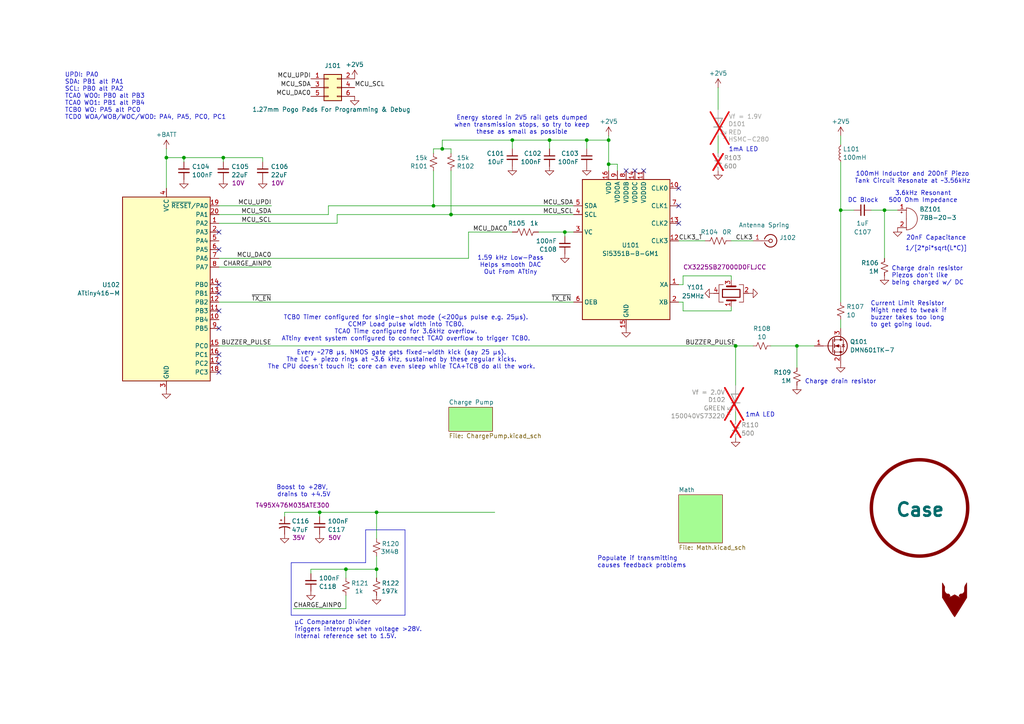
<source format=kicad_sch>
(kicad_sch (version 20250114) (generator "eeschema") (generator_version "9.0")
  (paper "A4")
  (title_block (title "Button Transmitter Prototype - Si5351B/ATtiny416") (date "2025-09-28") (rev "B") (company "Engineer: Thomas Francois - KXØSTL") (comment 1 "Inverted Pursuits Lab"))
  (lib_symbols
    (symbol "Connector:Conn_Coaxial" (pin_names (offset 1.016) (hide yes))
      (property "Reference" "J1" (at 2.5401 0.919 0))
      (property "Value" "Antenna Screw Pad" (at -9.271 4.572 0))
      (symbol "Conn_Coaxial_1_1"
        (pin passive line (at -5.08 0 0) (length 2.54) (name "In") (number "1"))
      )
    )
    (symbol "Connector_Generic:Conn_02x03_Odd_Even" (pin_names (offset 1.016) (hide yes))
      (property "Reference" "J" (at 1.27 5.08 0))
      (property "Value" "Conn_02x03_Odd_Even" (at 1.27 -5.08 0))
      (symbol "Conn_02x03_Odd_Even_1_1"
        (pin passive line (at -5.08 2.54 0) (length 3.81) (name "Pin_1") (number "1"))
        (pin passive line (at -5.08 0 0) (length 3.81) (name "Pin_3") (number "3"))
        (pin passive line (at -5.08 -2.54 0) (length 3.81) (name "Pin_5") (number "5"))
        (pin passive line (at 7.62 2.54 180) (length 3.81) (name "Pin_2") (number "2"))
        (pin passive line (at 7.62 0 180) (length 3.81) (name "Pin_4") (number "4"))
        (pin passive line (at 7.62 -2.54 180) (length 3.81) (name "Pin_6") (number "6"))
      )
    )
    (symbol "Device:Battery_Cell" (pin_numbers (hide yes)) (pin_names (offset 0) (hide yes))
      (property "Reference" "BT1" (at -2.921 3.0536 0))
      (property "Value" "CR2032" (at -2.921 0.6294 0))
      (symbol "Battery_Cell_1_1"
        (pin passive line (at 0 5.08 270) (length 2.54) (name "+") (number "1"))
        (pin passive line (at 0 -2.54 90) (length 2.54) (name "2") (number "2"))
      )
    )
    (symbol "Device:C_Polarized_Small_US" (pin_numbers (hide yes)) (pin_names (offset 0.254) (hide yes))
      (property "Reference" "C" (at 0.254 1.778 0))
      (property "Value" "C_Polarized_Small_US" (at 0.254 -2.032 0))
      (symbol "C_Polarized_Small_US_1_1"
        (pin passive line (at 0 2.54 270) (length 2.032) (name "~") (number "1"))
        (pin passive line (at 0 -2.54 90) (length 2.032) (name "~") (number "2"))
      )
    )
    (symbol "Device:C_Small" (pin_numbers (hide yes)) (pin_names (offset 0.254) (hide yes))
      (property "Reference" "C" (at 0.254 1.778 0))
      (property "Value" "C_Small" (at 0.254 -2.032 0))
      (symbol "C_Small_1_1"
        (pin passive line (at 0 2.54 270) (length 2.032) (name "~") (number "1"))
        (pin passive line (at 0 -2.54 90) (length 2.032) (name "~") (number "2"))
      )
    )
    (symbol "Device:Crystal_GND24" (pin_names (offset 1.016) (hide yes))
      (property "Reference" "Y" (at 3.175 5.08 0))
      (property "Value" "Crystal_GND24" (at 3.175 3.175 0))
      (symbol "Crystal_GND24_1_1"
        (pin passive line (at -3.81 0 0) (length 1.27) (name "1") (number "1"))
        (pin passive line (at 0 5.08 270) (length 1.27) (name "2") (number "2"))
        (pin passive line (at 0 -5.08 90) (length 1.27) (name "4") (number "4"))
        (pin passive line (at 3.81 0 180) (length 1.27) (name "3") (number "3"))
      )
    )
    (symbol "Device:D_Schottky" (pin_numbers (hide yes)) (pin_names (offset 1.016) (hide yes))
      (property "Reference" "D" (at 0 2.54 0))
      (property "Value" "D_Schottky" (at 0 -2.54 0))
      (symbol "D_Schottky_1_1"
        (pin passive line (at -3.81 0 0) (length 2.54) (name "K") (number "1"))
        (pin passive line (at 3.81 0 180) (length 2.54) (name "A") (number "2"))
      )
    )
    (symbol "Device:L" (pin_numbers (hide yes)) (pin_names (offset 1.016) (hide yes))
      (property "Reference" "L" (at -1.27 0 90))
      (property "Value" "L" (at 1.905 0 90))
      (symbol "L_1_1"
        (pin passive line (at 0 3.81 270) (length 1.27) (name "1") (number "1"))
        (pin passive line (at 0 -3.81 90) (length 1.27) (name "2") (number "2"))
      )
    )
    (symbol "Device:LED" (pin_numbers (hide yes)) (pin_names (offset 1.016) (hide yes))
      (property "Reference" "D" (at 0 2.54 0))
      (property "Value" "LED" (at 0 -2.54 0))
      (symbol "LED_1_1"
        (pin passive line (at -3.81 0 0) (length 2.54) (name "K") (number "1"))
        (pin passive line (at 3.81 0 180) (length 2.54) (name "A") (number "2"))
      )
    )
    (symbol "Device:L_Small" (pin_numbers (hide yes)) (pin_names (offset 0.254) (hide yes))
      (property "Reference" "L" (at 0.762 1.016 0))
      (property "Value" "L_Small" (at 0.762 -1.016 0))
      (symbol "L_Small_1_1"
        (pin passive line (at 0 2.54 270) (length 0.508) (name "~") (number "1"))
        (pin passive line (at 0 -2.54 90) (length 0.508) (name "~") (number "2"))
      )
    )
    (symbol "Device:R_Small_US" (pin_numbers (hide yes)) (pin_names (offset 0.254) (hide yes))
      (property "Reference" "R" (at 0.762 0.508 0))
      (property "Value" "R_Small_US" (at 0.762 -1.016 0))
      (symbol "R_Small_US_1_1"
        (pin passive line (at 0 2.54 270) (length 1.016) (name "~") (number "1"))
        (pin passive line (at 0 -2.54 90) (length 1.016) (name "~") (number "2"))
      )
    )
    (symbol "Device:R_US" (pin_numbers (hide yes)) (pin_names (offset 0))
      (property "Reference" "R" (at 2.54 0 90))
      (property "Value" "R_US" (at -2.54 0 90))
      (symbol "R_US_1_1"
        (pin passive line (at 0 3.81 270) (length 1.27) (name "~") (number "1"))
        (pin passive line (at 0 -3.81 90) (length 1.27) (name "~") (number "2"))
      )
    )
    (symbol "MCU_Microchip_ATtiny:ATtiny416-M"
      (property "Reference" "U6" (at 2.1941 24.4645 0))
      (property "Value" "ATtiny416-M" (at 2.1941 22.0402 0))
      (symbol "ATtiny416-M_1_1"
        (pin power_in line (at 0 22.86 270) (length 2.54) (name "VCC") (number "4"))
        (pin passive line (at 0 -35.56 90) (length 2.54) (hide yes) (name "GND") (number "21"))
        (pin power_in line (at 0 -35.56 90) (length 2.54) (name "GND") (number "3"))
        (pin bidirectional line (at 15.24 17.78 180) (length 2.54) (name "~{RESET}/PA0") (number "19"))
        (pin bidirectional line (at 15.24 15.24 180) (length 2.54) (name "PA1") (number "20"))
        (pin bidirectional line (at 15.24 12.7 180) (length 2.54) (name "PA2") (number "1"))
        (pin bidirectional line (at 15.24 10.16 180) (length 2.54) (name "PA3") (number "2"))
        (pin bidirectional line (at 15.24 7.62 180) (length 2.54) (name "PA4") (number "5"))
        (pin bidirectional line (at 15.24 5.08 180) (length 2.54) (name "PA5") (number "6"))
        (pin bidirectional line (at 15.24 2.54 180) (length 2.54) (name "PA6") (number "7"))
        (pin bidirectional line (at 15.24 0 180) (length 2.54) (name "PA7") (number "8"))
        (pin bidirectional line (at 15.24 -5.08 180) (length 2.54) (name "PB0") (number "14"))
        (pin bidirectional line (at 15.24 -7.62 180) (length 2.54) (name "PB1") (number "13"))
        (pin bidirectional line (at 15.24 -10.16 180) (length 2.54) (name "PB2") (number "12"))
        (pin bidirectional line (at 15.24 -12.7 180) (length 2.54) (name "PB3") (number "11"))
        (pin bidirectional line (at 15.24 -15.24 180) (length 2.54) (name "PB4") (number "10"))
        (pin bidirectional line (at 15.24 -17.78 180) (length 2.54) (name "PB5") (number "9"))
        (pin bidirectional line (at 15.24 -22.86 180) (length 2.54) (name "PC0") (number "15"))
        (pin bidirectional line (at 15.24 -25.4 180) (length 2.54) (name "PC1") (number "16"))
        (pin bidirectional line (at 15.24 -27.94 180) (length 2.54) (name "PC2") (number "17"))
        (pin bidirectional line (at 15.24 -30.48 180) (length 2.54) (name "PC3") (number "18"))
      )
    )
    (symbol "Transistor_FET:Q_NMOS_GSD" (pin_names (offset 0) (hide yes))
      (property "Reference" "Q" (at 5.08 1.905 0))
      (property "Value" "Q_NMOS_GSD" (at 5.08 0 0))
      (symbol "Q_NMOS_GSD_1_1"
        (pin input line (at -5.08 0 0) (length 2.54) (name "G") (number "1"))
        (pin passive line (at 2.54 5.08 270) (length 2.54) (name "D") (number "3"))
        (pin passive line (at 2.54 -5.08 90) (length 2.54) (name "S") (number "2"))
      )
    )
    (symbol "library:Buzzer_Pad_NEG" (pin_names (offset 0.0254) (hide yes))
      (property "Reference" "BZ1" (at 3.7962 1.2122 0))
      (property "Value" "7BB-20-3" (at 3.7962 -1.2121 0))
      (symbol "Buzzer_Pad_NEG_1_1"
        (pin passive line (at -2.54 -2.54 0) (length 2.54) (name "-") (number "2"))
      )
    )
    (symbol "library:Buzzer_Pad_POS" (pin_names (offset 0.0254) (hide yes))
      (property "Reference" "BZ1" (at 3.7962 1.2122 0))
      (property "Value" "7BB-20-3" (at 3.7962 -1.2121 0))
      (symbol "Buzzer_Pad_POS_1_1"
        (pin passive line (at -2.54 2.54 0) (length 2.54) (name "+") (number "1"))
      )
    )
    (symbol "library:Case"
      (property "Reference" "U" (at 0 0 0))
    )
    (symbol "library:IPL Logo 10mm" (pin_names (offset 1.016)))
    (symbol "library:MIC2288YML"
      (property "Reference" "U104" (at 0 17.78 0))
      (property "Value" "MIC2288YML" (at 0 15.24 0))
      (symbol "MIC2288YML_0_0"
        (pin power_in line (at -13.97 10.16 0) (length 2.54) (name "VIN") (number "2"))
        (pin input line (at -13.97 0 0) (length 2.54) (name "EN") (number "3"))
        (pin power_in line (at -2.54 -25.4 90) (length 2.54) (name "AGND") (number "4"))
        (pin power_in line (at 2.54 -25.4 90) (length 2.54) (name "PGND") (number "8"))
        (pin input line (at 13.97 10.16 180) (length 2.54) (name "SW") (number "7"))
        (pin input line (at 13.97 0 180) (length 2.54) (name "OVP") (number "1"))
        (pin input line (at 13.97 -20.32 180) (length 2.54) (name "FB") (number "6"))
      )
      (symbol "MIC2288YML_1_0"
        (pin no_connect line (at -7.62 -25.4 90) (length 2.54) (hide yes) (name "NC") (number "5"))
        (pin power_in line (at 0 -25.4 90) (length 2.54) (name "PAD") (number "9"))
      )
    )
    (symbol "library:Si5351B-B-GM1"
      (property "Reference" "U2" (at -1.27 1.27 0))
      (property "Value" "Si5351B-B-GM1" (at -6.985 -1.1542 0))
      (symbol "Si5351B-B-GM1_1_1"
        (pin bidirectional line (at -15.24 12.7 0) (length 2.54) (name "SDA") (number "5"))
        (pin input line (at -15.24 10.16 0) (length 2.54) (name "SCL") (number "4"))
        (pin input line (at -15.24 5.08 0) (length 2.54) (name "VC") (number "3"))
        (pin input line (at -15.24 -15.24 0) (length 2.54) (name "OEB") (number "6"))
        (pin power_in line (at -5.08 22.86 270) (length 2.54) (name "VDD") (number "16"))
        (pin power_in line (at -2.54 22.86 270) (length 2.54) (name "VDDOA") (number "9"))
        (pin power_in line (at 0 22.86 270) (length 2.54) (name "VDDOB") (number "8"))
        (pin power_in line (at 0 -22.86 90) (length 2.54) (name "GND") (number "15"))
        (pin power_in line (at 0 -22.86 90) (length 2.54) (hide yes) (name "GND") (number "17"))
        (pin power_in line (at 2.54 22.86 270) (length 2.54) (name "VDDOC") (number "14"))
        (pin power_in line (at 5.08 22.86 270) (length 2.54) (name "VDDOD") (number "11"))
        (pin output line (at 15.24 17.78 180) (length 2.54) (name "CLK0") (number "10"))
        (pin output line (at 15.24 12.7 180) (length 2.54) (name "CLK1") (number "7"))
        (pin output line (at 15.24 7.62 180) (length 2.54) (name "CLK2") (number "13"))
        (pin output line (at 15.24 2.54 180) (length 2.54) (name "CLK3") (number "12"))
        (pin input line (at 15.24 -10.16 180) (length 2.54) (name "XA") (number "1"))
        (pin input line (at 15.24 -15.24 180) (length 2.54) (name "XB") (number "2"))
      )
    )
    (symbol "library:TPP361081"
      (property "Reference" "U101" (at 0 17.78 0))
      (property "Value" "TPP361081" (at 0 15.24 0))
      (symbol "TPP361081_0_0"
        (pin power_in line (at -15.24 10.16 0) (length 2.54) (name "VIN") (number "3"))
        (pin input line (at -15.24 -25.4 0) (length 2.54) (name "EN") (number "5"))
        (pin power_in line (at 0 -30.48 90) (length 2.54) (name "GND") (number "1"))
        (pin output line (at 15.24 10.16 180) (length 2.54) (name "SW") (number "2"))
        (pin input line (at 15.24 0 180) (length 2.54) (name "VBST") (number "6"))
        (pin output line (at 15.24 -10.16 180) (length 2.54) (name "VFB") (number "4"))
      )
    )
    (symbol "power:+2V5" (power) (pin_numbers (hide yes)) (pin_names (offset 0) (hide yes))
      (property "Value" "+2V5" (at 0 3.556 0))
      (symbol "+2V5_1_1"
        (pin power_in line (at 0 0 90) (length 0) (name "~") (number "1"))
      )
    )
    (symbol "power:+BATT" (power) (pin_numbers (hide yes)) (pin_names (offset 0) (hide yes))
      (property "Value" "+BATT" (at 0 3.556 0))
      (symbol "+BATT_1_1"
        (pin power_in line (at 0 0 90) (length 0) (name "~") (number "1"))
      )
    )
    (symbol "power:GND" (power) (pin_names (offset 0))
      (property "Value" "GND" (at 0 -3.81 0))
      (symbol "GND_1_1"
        (pin power_in line (at 0 0 270) (length 0) (hide yes) (name "GND") (number "1"))
      )
    )
  )
  (rectangle (start -19.685 139.7) (end -4.445 149.225))
  (rectangle (start -41.91 152.4) (end -27.305 169.545))
  (text "3.6kHz Resonant\n500 Ohm Impedance" (at 267.716 57.15 0) (effects (font (size 1.27 1.27))))
  (text "μC Comparator Divider\nTriggers interrupt when voltage >28V.\nInternal reference set to 1.5V." (at 85.344 182.626 0) (effects (font (size 1.27 1.27)) (justify left)))
  (text "1mA LED" (at 220.472 120.396 0) (effects (font (size 1.27 1.27))))
  (text "Charge drain resistor" (at 233.426 110.744 0) (effects (font (size 1.27 1.27)) (justify left)))
  (text "Boost to +28V, \ndrains to +4.5V" (at 88.138 142.494 0) (effects (font (size 1.27 1.27))))
  (text "1.59 kHz Low-Pass\nHelps smooth DAC\nOut From ATtiny" (at 148.082 76.962 0) (effects (font (size 1.27 1.27))))
  (text "Charge drain resistor\nPiezos don't like\nbeing charged w/ DC" (at 258.572 80.01 0) (effects (font (size 1.27 1.27)) (justify left)))
  (text "TCB0 Timer configured for single-shot mode (<200μs pulse e.g. 25μs).\nCCMP Load pulse width into TCB0.\nTCA0 Time configured for 3.6kHz overflow.\nATtiny event system configured to connect TCA0 overflow to trigger TCB0." (at 117.729 95.25 0) (effects (font (size 1.27 1.27))))
  (text "Boost to +28V, \ndrains to +4.5V" (at -102.362 132.334 0) (effects (font (size 1.27 1.27))))
  (text "1/[2*pi*sqrt(L*C)]" (at 271.526 72.136 0) (effects (font (size 1.27 1.27))))
  (text "DC Block" (at 245.872 58.166 0) (effects (font (size 1.27 1.27)) (justify left)))
  (text "Current Limit Resistor\nMight need to tweak if\nbuzzer takes too long\nto get going loud." (at 252.476 91.186 0) (effects (font (size 1.27 1.27)) (justify left)))
  (text "Also considering a version\nusing SLX3R8L5050511\n5F super capacitor." (at -162.814 122.682 0) (effects (font (size 1.27 1.27))))
  (text "1.5mA limited,\n200mAh capacity" (at -162.306 168.656 0) (effects (font (size 1.27 1.27))))
  (text "Every ~278 µs, NMOS gate gets fixed-width kick (say 25 µs).\nThe LC + piezo rings at ~3.6 kHz, sustained by these regular kicks.\nThe CPU doesn't touch it; core can even sleep while TCA+TCB do all the work." (at 116.459 104.394 0) (effects (font (size 1.27 1.27))))
  (text "20nF Capacitance" (at 271.526 69.088 0) (effects (font (size 1.27 1.27))))
  (text "Populate if transmitting\ncauses feedback problems" (at 173.228 163.068 0) (effects (font (size 1.27 1.27)) (justify left)))
  (text "UPDI: PA0\nSDA: PB1 alt PA1\nSCL: PB0 alt PA2\nTCA0 WO0: PB0 alt PB3\nTCA0 WO1: PB1 alt PB4\nTCB0 WO: PA5 alt PC0\nTCD0 WOA/WOB/WOC/WOD: PA4, PA5, PC0, PC1" (at 18.796 27.94 0) (effects (font (size 1.27 1.27)) (justify left)))
  (text "μC ADC Divider\nIN: 35 to 4\nOUT: 2.18 to 0.25\n39.1mV per count\n4V = 102\n26V = 667\n35 = 895" (at -105.41 176.53 0) (effects (font (size 1.27 1.27)) (justify left)))
  (text "Energy stored in 2V5 rail gets dumped\nwhen transmission stops, so try to keep\nthese as small as possible" (at 151.384 36.322 0) (effects (font (size 1.27 1.27))))
  (text "100mH Inductor and 200nF Piezo\nTank Circuit Resonate at ~3.56kHz" (at 264.668 51.562 0) (effects (font (size 1.27 1.27))))
  (text "1mA LED" (at 215.646 43.434 0) (effects (font (size 1.27 1.27))))
  (junction (at 92.71 148.59))
  (junction (at -107.95 138.43))
  (junction (at -90.17 154.94))
  (junction (at 64.77 45.72))
  (junction (at 176.53 47.625))
  (junction (at 176.53 40.64))
  (junction (at 148.59 40.64))
  (junction (at 109.22 165.1))
  (junction (at -127 138.43))
  (junction (at 125.73 59.69))
  (junction (at -114.3 168.91))
  (junction (at 213.36 100.33))
  (junction (at -81.28 138.43))
  (junction (at 159.385 40.64))
  (junction (at -81.28 154.94))
  (junction (at 100.33 165.1))
  (junction (at 130.81 62.23))
  (junction (at 128.27 43.18))
  (junction (at -24.13 138.43))
  (junction (at -24.13 158.75))
  (junction (at -166.37 127))
  (junction (at -39.37 158.75))
  (junction (at -38.1 138.43))
  (junction (at 53.34 45.72))
  (junction (at 163.83 67.31))
  (junction (at 109.22 148.59))
  (junction (at -114.3 138.43))
  (junction (at 243.84 60.96))
  (junction (at 170.18 40.64))
  (junction (at 256.54 60.96))
  (junction (at -97.79 138.43))
  (junction (at -13.97 138.43))
  (junction (at 48.26 45.72))
  (junction (at -142.24 175.26))
  (junction (at -116.84 138.43))
  (junction (at -157.48 127))
  (junction (at 231.14 100.33))
  (no_connect (at 63.5 72.39))
  (no_connect (at 63.5 105.41))
  (no_connect (at 181.61 49.53))
  (no_connect (at 63.5 67.31))
  (no_connect (at 196.85 54.61))
  (no_connect (at 63.5 95.25))
  (no_connect (at 196.85 59.69))
  (no_connect (at 196.85 64.77))
  (no_connect (at 186.69 49.53))
  (no_connect (at 184.15 49.53))
  (no_connect (at 63.5 107.95))
  (no_connect (at 63.5 102.87))
  (no_connect (at 63.5 90.17))
  (no_connect (at 63.5 82.55))
  (no_connect (at 63.5 85.09))
  (wire (pts (xy -116.84 148.59) (xy -116.84 138.43)))
  (wire (pts (xy 213.36 100.33) (xy 218.44 100.33)))
  (polyline (pts (xy 106.045 153.67) (xy 117.475 153.67)))
  (wire (pts (xy 179.07 49.53) (xy 179.07 47.625)))
  (wire (pts (xy -24.13 156.21) (xy -24.13 158.75)))
  (wire (pts (xy 95.25 59.69) (xy 125.73 59.69)))
  (wire (pts (xy -13.97 140.97) (xy -13.97 138.43)))
  (polyline (pts (xy -105.41 153.035) (xy -84.455 153.035)))
  (wire (pts (xy -38.1 146.05) (xy -38.1 148.59)))
  (wire (pts (xy 53.34 45.72) (xy 64.77 45.72)))
  (wire (pts (xy 223.52 100.33) (xy 231.14 100.33)))
  (wire (pts (xy 231.14 100.33) (xy 231.14 106.68)))
  (wire (pts (xy -24.13 158.75) (xy -24.13 161.29)))
  (wire (pts (xy 82.55 148.59) (xy 82.55 149.86)))
  (wire (pts (xy -97.79 138.43) (xy -81.28 138.43)))
  (wire (pts (xy 170.18 43.18) (xy 170.18 40.64)))
  (wire (pts (xy 63.5 77.47) (xy 78.74 77.47)))
  (wire (pts (xy 213.36 121.92) (xy 213.36 119.38)))
  (wire (pts (xy -116.84 138.43) (xy -118.11 138.43)))
  (wire (pts (xy 100.33 165.1) (xy 109.22 165.1)))
  (wire (pts (xy 109.22 148.59) (xy 109.22 156.21)))
  (polyline (pts (xy 84.455 163.195) (xy 106.045 163.195)))
  (wire (pts (xy -81.28 151.13) (xy -81.28 154.94)))
  (wire (pts (xy 82.55 148.59) (xy 92.71 148.59)))
  (wire (pts (xy 170.18 40.64) (xy 176.53 40.64)))
  (wire (pts (xy 243.84 60.96) (xy 243.84 87.63)))
  (wire (pts (xy -26.67 138.43) (xy -24.13 138.43)))
  (wire (pts (xy 53.34 46.99) (xy 53.34 45.72)))
  (wire (pts (xy -24.13 138.43) (xy -13.97 138.43)))
  (polyline (pts (xy -73.025 143.51) (xy -73.025 168.275)))
  (wire (pts (xy 97.79 62.23) (xy 130.81 62.23)))
  (wire (pts (xy 63.5 62.23) (xy 95.25 62.23)))
  (wire (pts (xy -139.7 175.26) (xy -142.24 175.26)))
  (wire (pts (xy -144.78 175.26) (xy -144.78 173.99)))
  (wire (pts (xy 231.14 100.33) (xy 236.22 100.33)))
  (wire (pts (xy -166.37 148.59) (xy -156.21 148.59)))
  (wire (pts (xy -157.48 127) (xy -146.05 127)))
  (wire (pts (xy 135.89 67.31) (xy 148.59 67.31)))
  (wire (pts (xy 63.5 87.63) (xy 166.37 87.63)))
  (polyline (pts (xy 106.045 163.195) (xy 106.045 153.67)))
  (wire (pts (xy 212.09 81.28) (xy 212.09 80.01)))
  (wire (pts (xy -166.37 127) (xy -157.48 127)))
  (wire (pts (xy -38.1 148.59) (xy -41.91 148.59)))
  (wire (pts (xy -100.33 156.21) (xy -100.33 154.94)))
  (wire (pts (xy -38.1 138.43) (xy -34.29 138.43)))
  (wire (pts (xy -90.17 166.37) (xy -104.14 166.37)))
  (wire (pts (xy -171.45 151.13) (xy -171.45 127)))
  (wire (pts (xy 95.25 62.23) (xy 95.25 59.69)))
  (wire (pts (xy 176.53 40.64) (xy 176.53 47.625)))
  (wire (pts (xy 97.79 64.77) (xy 97.79 62.23)))
  (polyline (pts (xy -105.41 168.275) (xy -73.025 168.275)))
  (wire (pts (xy -81.28 138.43) (xy -72.39 138.43)))
  (wire (pts (xy 198.12 87.63) (xy 196.85 87.63)))
  (wire (pts (xy 78.74 59.69) (xy 63.5 59.69)))
  (wire (pts (xy 48.26 45.72) (xy 53.34 45.72)))
  (polyline (pts (xy -84.455 153.035) (xy -84.455 143.51)))
  (wire (pts (xy -138.43 127) (xy -127 127)))
  (wire (pts (xy 252.73 60.96) (xy 256.54 60.96)))
  (wire (pts (xy 48.26 43.18) (xy 48.26 45.72)))
  (wire (pts (xy -41.91 158.75) (xy -39.37 158.75)))
  (wire (pts (xy -57.15 179.07) (xy -57.15 180.34)))
  (wire (pts (xy 256.54 60.96) (xy 260.35 60.96)))
  (wire (pts (xy 212.09 69.85) (xy 218.44 69.85)))
  (wire (pts (xy 148.59 40.64) (xy 148.59 43.18)))
  (wire (pts (xy -128.27 168.91) (xy -114.3 168.91)))
  (wire (pts (xy 198.12 80.01) (xy 198.12 82.55)))
  (wire (pts (xy -107.95 138.43) (xy -97.79 138.43)))
  (wire (pts (xy -128.27 148.59) (xy -116.84 148.59)))
  (wire (pts (xy 208.28 25.4) (xy 208.28 31.75)))
  (wire (pts (xy 128.27 43.18) (xy 125.73 43.18)))
  (wire (pts (xy 109.22 148.59) (xy 143.51 148.59)))
  (wire (pts (xy -90.17 154.94) (xy -81.28 154.94)))
  (wire (pts (xy 243.84 60.96) (xy 247.65 60.96)))
  (wire (pts (xy 159.385 40.64) (xy 148.59 40.64)))
  (wire (pts (xy 170.18 40.64) (xy 159.385 40.64)))
  (wire (pts (xy 92.71 148.59) (xy 109.22 148.59)))
  (wire (pts (xy 163.83 67.31) (xy 166.37 67.31)))
  (wire (pts (xy 76.2 46.99) (xy 76.2 45.72)))
  (polyline (pts (xy 84.455 178.435) (xy 117.475 178.435)))
  (wire (pts (xy 128.27 40.64) (xy 148.59 40.64)))
  (wire (pts (xy -114.3 138.43) (xy -107.95 138.43)))
  (wire (pts (xy 63.5 100.33) (xy 213.36 100.33)))
  (wire (pts (xy 176.53 47.625) (xy 179.07 47.625)))
  (wire (pts (xy -90.17 154.94) (xy -90.17 157.48)))
  (wire (pts (xy 90.17 165.1) (xy 100.33 165.1)))
  (wire (pts (xy -90.17 162.56) (xy -90.17 166.37)))
  (wire (pts (xy 109.22 161.29) (xy 109.22 165.1)))
  (wire (pts (xy 64.77 45.72) (xy 76.2 45.72)))
  (wire (pts (xy 198.12 82.55) (xy 196.85 82.55)))
  (wire (pts (xy 48.26 45.72) (xy 48.26 54.61)))
  (wire (pts (xy 256.54 74.93) (xy 256.54 60.96)))
  (wire (pts (xy -114.3 168.91) (xy -114.3 171.45)))
  (wire (pts (xy 64.77 45.72) (xy 64.77 46.99)))
  (polyline (pts (xy 84.455 178.435) (xy 84.455 163.195)))
  (wire (pts (xy -128.27 138.43) (xy -127 138.43)))
  (wire (pts (xy -62.23 100.33) (xy -77.47 100.33)))
  (wire (pts (xy 63.5 64.77) (xy 97.79 64.77)))
  (wire (pts (xy -24.13 151.13) (xy -24.13 138.43)))
  (wire (pts (xy -166.37 127) (xy -166.37 129.54)))
  (wire (pts (xy 213.36 111.76) (xy 213.36 100.33)))
  (wire (pts (xy -171.45 156.21) (xy -171.45 157.48)))
  (wire (pts (xy -171.45 127) (xy -166.37 127)))
  (polyline (pts (xy -105.41 168.275) (xy -105.41 153.035)))
  (wire (pts (xy -39.37 158.75) (xy -39.37 161.29)))
  (wire (pts (xy 109.22 165.1) (xy 109.22 167.64)))
  (wire (pts (xy -77.47 85.09) (xy -62.23 85.09)))
  (wire (pts (xy -100.33 154.94) (xy -90.17 154.94)))
  (wire (pts (xy 100.33 172.72) (xy 100.33 176.53)))
  (wire (pts (xy 163.83 67.31) (xy 163.83 68.58)))
  (wire (pts (xy -114.3 161.29) (xy -114.3 138.43)))
  (wire (pts (xy 128.27 40.64) (xy 128.27 43.18)))
  (wire (pts (xy 125.73 43.18) (xy 125.73 44.45)))
  (wire (pts (xy -39.37 158.75) (xy -34.29 158.75)))
  (wire (pts (xy -81.28 138.43) (xy -81.28 146.05)))
  (wire (pts (xy -29.21 158.75) (xy -24.13 158.75)))
  (polyline (pts (xy -84.455 143.51) (xy -73.025 143.51)))
  (wire (pts (xy -38.1 140.97) (xy -38.1 138.43)))
  (wire (pts (xy 198.12 87.63) (xy 198.12 90.17)))
  (wire (pts (xy 125.73 49.53) (xy 125.73 59.69)))
  (wire (pts (xy 243.84 46.99) (xy 243.84 60.96)))
  (wire (pts (xy 243.84 39.37) (xy 243.84 41.91)))
  (wire (pts (xy -114.3 166.37) (xy -114.3 168.91)))
  (wire (pts (xy -62.23 77.47) (xy -77.47 77.47)))
  (wire (pts (xy -116.84 138.43) (xy -114.3 138.43)))
  (wire (pts (xy 198.12 90.17) (xy 212.09 90.17)))
  (wire (pts (xy -127 138.43) (xy -125.73 138.43)))
  (wire (pts (xy 130.81 43.18) (xy 128.27 43.18)))
  (wire (pts (xy -157.48 138.43) (xy -157.48 127)))
  (wire (pts (xy -41.91 138.43) (xy -38.1 138.43)))
  (wire (pts (xy 163.83 67.31) (xy 156.21 67.31)))
  (wire (pts (xy 212.09 90.17) (xy 212.09 88.9)))
  (wire (pts (xy -81.28 154.94) (xy -81.28 157.48)))
  (wire (pts (xy 125.73 59.69) (xy 166.37 59.69)))
  (wire (pts (xy 212.09 80.01) (xy 198.12 80.01)))
  (wire (pts (xy -142.24 173.99) (xy -142.24 175.26)))
  (wire (pts (xy -156.21 138.43) (xy -157.48 138.43)))
  (wire (pts (xy -142.24 176.53) (xy -142.24 175.26)))
  (wire (pts (xy -13.97 135.89) (xy -13.97 138.43)))
  (wire (pts (xy -85.09 173.99) (xy -72.39 173.99)))
  (wire (pts (xy 92.71 148.59) (xy 92.71 149.86)))
  (wire (pts (xy 208.28 39.37) (xy 208.28 44.45)))
  (wire (pts (xy 130.81 44.45) (xy 130.81 43.18)))
  (wire (pts (xy 196.85 69.85) (xy 204.47 69.85)))
  (wire (pts (xy -107.95 138.43) (xy -107.95 139.7)))
  (wire (pts (xy 176.53 39.37) (xy 176.53 40.64)))
  (wire (pts (xy 159.385 43.18) (xy 159.385 40.64)))
  (wire (pts (xy 63.5 74.93) (xy 135.89 74.93)))
  (wire (pts (xy 243.84 95.25) (xy 243.84 92.71)))
  (polyline (pts (xy 117.475 153.67) (xy 117.475 178.435)))
  (wire (pts (xy 130.81 62.23) (xy 166.37 62.23)))
  (wire (pts (xy -139.7 173.99) (xy -139.7 175.26)))
  (wire (pts (xy 100.33 165.1) (xy 100.33 167.64)))
  (wire (pts (xy 176.53 47.625) (xy 176.53 49.53)))
  (wire (pts (xy 135.89 67.31) (xy 135.89 74.93)))
  (wire (pts (xy -97.79 138.43) (xy -97.79 139.7)))
  (wire (pts (xy 90.17 166.37) (xy 90.17 165.1)))
  (wire (pts (xy 100.33 176.53) (xy 85.09 176.53)))
  (wire (pts (xy -127 138.43) (xy -127 127)))
  (wire (pts (xy -142.24 175.26) (xy -144.78 175.26)))
  (wire (pts (xy 130.81 49.53) (xy 130.81 62.23)))
  (label "CHARGE_AIN7" (at -62.23 85.09 180))
  (label "BOOST_EN" (at -166.37 148.59 0))
  (label "CHARGE_AINP0" (at 78.74 77.47 180))
  (label "MCU_UPDI" (at 78.74 59.69 180))
  (label "BUZZER_PULSE" (at 213.36 100.33 180))
  (label "CHARGE_AINP0" (at 85.09 176.53 0))
  (label "BUZZER_PULSE" (at 78.74 100.33 180))
  (label "2V5_RAIL_EN" (at -85.09 173.99 0))
  (label "MCU_DAC0" (at 78.74 74.93 180))
  (label "CLK3" (at 213.36 69.85 0))
  (label "2V5_RAIL_EN" (at -62.23 77.47 180))
  (label "MCU_DAC0" (at 90.17 27.94 180))
  (label "CHARGE_AIN7" (at -104.14 166.37 0))
  (label "MCU_SCL" (at 157.48 62.23 0))
  (label "MCU_SCL" (at 102.87 25.4 0))
  (label "MCU_DAC0" (at 137.16 67.31 0))
  (label "BOOST_EN" (at -62.23 100.33 180))
  (label "~{TX_EN}" (at 78.74 87.63 180))
  (label "MCU_SDA" (at 157.48 59.69 0))
  (label "MCU_UPDI" (at 90.17 22.86 180))
  (label "~{TX_EN}" (at 165.735 87.63 180))
  (label "CLK3_T" (at 196.85 69.85 0))
  (label "MCU_SDA" (at 90.17 25.4 180))
  (label "MCU_SCL" (at 78.74 64.77 180))
  (label "MCU_SDA" (at 78.74 62.23 180))
  (symbol (lib_id "power:GND") (at 92.71 154.94 0) (mirror y) (unit 1)
    (property "Reference" "#PWR0138" (effects (hide yes)))
    (property "Value" "GND" (effects (hide yes)))
  )
  (symbol (lib_id "power:GND") (at 256.54 80.01 0) (mirror y) (unit 1)
    (property "Reference" "#PWR0116" (effects (hide yes)))
    (property "Value" "GND" (effects (hide yes)))
  )
  (symbol (lib_id "Device:R_Small_US") (at 243.84 90.17 180) (unit 1)
    (property "Reference" "R107" (at 245.491 88.9579 0) (effects (justify right)))
    (property "Value" "10" (at 245.491 91.3821 0) (effects (justify right)))
    (property "Footprint" "Library:Worthington_R_0402" (effects (hide yes)))
  )
  (symbol (lib_id "Device:C_Small") (at 90.17 168.91 0) (mirror x) (unit 1)
    (property "Reference" "C118" (at 92.4941 170.1158 0) (effects (justify left)))
    (property "Value" "100nF" (at 92.4941 167.6916 0) (effects (justify left)))
    (property "Footprint" "Library:Worthington_C_0402" (effects (hide yes)))
    (property "Voltage" "50V" (effects (hide yes)))
  )
  (symbol (lib_id "Device:LED") (at 213.36 115.57 270) (mirror x) (unit 1) (dnp yes)
    (property "Reference" "D102" (at 210.439 115.9453 90) (effects (justify right)))
    (property "Value" "GREEN" (at 210.439 118.3696 90) (effects (justify right)))
    (property "Footprint" "Library:Worthington_LED_0402_1005Metric" (effects (hide yes)))
    (property "Datasheet" "https://www.digikey.com/en/products/detail/w%C3%BCrth-elektronik/150040VS73220/9857948?_gl=1*a9mwlp*_up*MQ..*_gs*MQ..&gclid=Cj0KCQjw3OjGBhDYARIsADd-uX6JYO7RJVK8hrp_vwVx_M7wDV-1_q4tY_BkWeefrhVxCeeI09FA2UkaAsGJEALw_wcB&gclsrc=aw.ds&gbraid=0AAAAADrbLliRCqmMdTR7-0740VW0jBL5q" (effects (hide yes)))
    (property "Description" "Vf = 2.0V" (at 205.486 113.792 90))
    (property "DigiKey Part" "150040VS73220" (at 202.438 120.65 90))
    (property "DigiKey" "https://www.digikey.com/en/products/detail/broadcom-limited/HSMC-C280/1235142?_gl=1*h1tgvz*_up*MQ..*_gs*MQ..&gclid=Cj0KCQjw3OjGBhDYARIsADd-uX6JYO7RJVK8hrp_vwVx_M7wDV-1_q4tY_BkWeefrhVxCeeI09FA2UkaAsGJEALw_wcB&gclsrc=aw.ds&gbraid=0AAAAADrbLliRCqmMdTR7-0740VW0jBL5q" (effects (hide yes)))
  )
  (symbol (lib_id "Device:R_Small_US") (at -81.28 148.59 180) (unit 1)
    (property "Reference" "R111" (at -77.216 147.574 0))
    (property "Value" "3M" (at -77.47 149.86 0))
    (property "Footprint" "Library:Worthington_R_0402" (effects (hide yes)))
  )
  (symbol (lib_id "Device:R_Small_US") (at 256.54 77.47 0) (mirror y) (unit 1)
    (property "Reference" "R106" (at 254.889 76.2579 0) (effects (justify left)))
    (property "Value" "1M" (at 254.889 78.6821 0) (effects (justify left)))
    (property "Footprint" "Library:Worthington_R_0402" (effects (hide yes)))
  )
  (symbol (lib_id "power:GND") (at -166.37 134.62 0) (mirror y) (unit 1)
    (property "Reference" "#PWR0124" (effects (hide yes)))
    (property "Value" "GND" (effects (hide yes)))
  )
  (symbol (lib_id "power:GND") (at 159.385 48.26 0) (mirror y) (unit 1)
    (property "Reference" "#PWR0108" (effects (hide yes)))
    (property "Value" "GND" (effects (hide yes)))
  )
  (symbol (lib_id "power:GND") (at 48.26 113.03 0) (mirror y) (unit 1)
    (property "Reference" "#PWR0122" (effects (hide yes)))
    (property "Value" "GND" (effects (hide yes)))
  )
  (symbol (lib_id "Device:R_Small_US") (at 100.33 170.18 180) (unit 1)
    (property "Reference" "R121" (at 104.394 169.164 0))
    (property "Value" "1k" (at 104.14 171.45 0))
    (property "Footprint" "Library:Worthington_R_0402" (effects (hide yes)))
  )
  (symbol (lib_id "Device:R_Small_US") (at 208.28 46.99 0) (unit 1) (dnp yes)
    (property "Reference" "R103" (at 209.931 45.7778 0) (effects (justify left)))
    (property "Value" "600" (at 209.931 48.2021 0) (effects (justify left)))
    (property "Footprint" "Library:Worthington_R_0402" (effects (hide yes)))
  )
  (symbol (lib_id "Device:C_Polarized_Small_US") (at 82.55 152.4 0) (unit 1)
    (property "Reference" "C116" (at 84.582 151.13 0) (effects (justify left)))
    (property "Value" "47uF" (at 84.582 153.67 0) (effects (justify left)))
    (property "Footprint" "Library:Worthington_CTant_2917" (effects (hide yes)))
    (property "Datasheet" "https://www.yageogroup.com/content/datasheet/asset/file/KEM_T2009_T495" (effects (hide yes)))
    (property "Description" "47 µF Molded Tantalum Capacitor 35 V 2917 (7343 Metric) 300mOhm" (effects (hide yes)))
    (property "DigiKey Part" "T495X476M035ATE300" (at 84.836 146.558 0))
    (property "DigiKey" "https://datasheets.kyocera-avx.com/TAJ.pdf" (effects (hide yes)))
    (property "Voltage" "35V" (at 86.614 155.956 0))
  )
  (symbol (lib_id "power:GND") (at 207.01 85.09 270) (mirror x) (unit 1)
    (property "Reference" "#PWR0117" (effects (hide yes)))
    (property "Value" "GND" (effects (hide yes)))
  )
  (symbol (lib_id "power:GND") (at 243.84 105.41 0) (mirror y) (unit 1)
    (property "Reference" "#PWR0120" (effects (hide yes)))
    (property "Value" "GND" (effects (hide yes)))
  )
  (symbol (lib_id "power:GND") (at 181.61 95.25 0) (mirror y) (unit 1)
    (property "Reference" "#PWR0119" (effects (hide yes)))
    (property "Value" "GND" (effects (hide yes)))
  )
  (symbol (lib_id "Device:R_Small_US") (at -24.13 163.83 180) (unit 1)
    (property "Reference" "R118" (at -20.066 162.814 0))
    (property "Value" "127k" (at -20.066 165.1 0))
    (property "Footprint" "Library:Worthington_R_0402" (effects (hide yes)))
  )
  (symbol (lib_id "power:+2V5") (at 102.87 22.86 0) (unit 1)
    (property "Reference" "#PWR0101" (effects (hide yes)))
    (property "Value" "+2V5" (at 102.87 18.7269 0))
    (property "Description" "Power symbol creates a global label with name \"+2V5\"" (effects (hide yes)))
  )
  (symbol (lib_id "Device:C_Small") (at 92.71 152.4 0) (mirror x) (unit 1)
    (property "Reference" "C117" (at 95.0341 153.6058 0) (effects (justify left)))
    (property "Value" "100nF" (at 95.0341 151.1816 0) (effects (justify left)))
    (property "Footprint" "Library:Worthington_C_0402" (effects (hide yes)))
    (property "Voltage" "50V" (at 97.028 155.956 0))
  )
  (symbol (lib_id "library:Case") (at 266.7 147.32 0) (unit 1) (in_bom no)
    (property "Reference" "U103" (effects (hide yes)))
    (property "Value" "Case" (at 259.334 147.828 0) (effects (font (size 3.81 3.81) (thickness 0.762) (bold yes)) (justify left)))
    (property "Footprint" "Library:Case_CR2032" (effects (hide yes)))
  )
  (symbol (lib_id "Device:C_Small") (at 76.2 49.53 0) (unit 1)
    (property "Reference" "C106" (at 78.5241 48.3241 0) (effects (justify left)))
    (property "Value" "22uF" (at 78.5241 50.7484 0) (effects (justify left)))
    (property "Footprint" "Library:Worthington_C_0603" (effects (hide yes)))
    (property "Voltage" "10V" (at 80.518 53.086 0))
  )
  (symbol (lib_id "power:+2V5") (at 243.84 39.37 0) (unit 1)
    (property "Reference" "#PWR0105" (effects (hide yes)))
    (property "Value" "+2V5" (at 243.84 35.2369 0))
    (property "Description" "Power symbol creates a global label with name \"+2V5\"" (effects (hide yes)))
  )
  (symbol (lib_id "power:GND") (at -81.28 162.56 0) (mirror y) (unit 1)
    (property "Reference" "#PWR0130" (effects (hide yes)))
    (property "Value" "GND" (effects (hide yes)))
  )
  (symbol (lib_id "Device:R_Small_US") (at -24.13 153.67 180) (unit 1)
    (property "Reference" "R113" (at -20.066 152.654 0))
    (property "Value" "402k" (at -20.32 154.94 0))
    (property "Footprint" "Library:Worthington_R_0402" (effects (hide yes)))
  )
  (symbol (lib_id "power:GND") (at -13.97 146.05 0) (mirror y) (unit 1)
    (property "Reference" "#PWR0128" (effects (hide yes)))
    (property "Value" "GND" (effects (hide yes)))
  )
  (symbol (lib_id "Device:LED") (at 208.28 35.56 90) (unit 1) (dnp yes)
    (property "Reference" "D101" (at 211.201 35.9353 90) (effects (justify right)))
    (property "Value" "RED" (at 211.201 38.3596 90) (effects (justify right)))
    (property "Footprint" "Library:Worthington_LED_0402_1005Metric" (effects (hide yes)))
    (property "Datasheet" "https://docs.broadcom.com/docs/AV02-0602EN" (effects (hide yes)))
    (property "Description" "Vf = 1.9V" (at 216.154 33.782 90))
    (property "DigiKey Part" "HSMC-C280" (at 217.17 40.386 90))
    (property "DigiKey" "https://www.digikey.com/en/products/detail/broadcom-limited/HSMC-C280/1235142?_gl=1*h1tgvz*_up*MQ..*_gs*MQ..&gclid=Cj0KCQjw3OjGBhDYARIsADd-uX6JYO7RJVK8hrp_vwVx_M7wDV-1_q4tY_BkWeefrhVxCeeI09FA2UkaAsGJEALw_wcB&gclsrc=aw.ds&gbraid=0AAAAADrbLliRCqmMdTR7-0740VW0jBL5q" (effects (hide yes)))
  )
  (symbol (lib_id "Device:R_Small_US") (at -114.3 173.99 180) (unit 1)
    (property "Reference" "R119" (at -110.236 172.974 0))
    (property "Value" "5k" (at -110.998 175.26 0))
    (property "Footprint" "Library:Worthington_R_0402" (effects (hide yes)))
  )
  (symbol (lib_id "Device:C_Small") (at 53.34 49.53 0) (unit 1)
    (property "Reference" "C104" (at 55.6641 48.3242 0) (effects (justify left)))
    (property "Value" "100nF" (at 55.6641 50.7484 0) (effects (justify left)))
    (property "Footprint" "Library:Worthington_C_0402" (effects (hide yes)))
  )
  (symbol (lib_id "power:GND") (at 163.83 73.66 0) (unit 1)
    (property "Reference" "#PWR0115" (effects (hide yes)))
    (property "Value" "GND" (effects (hide yes)))
  )
  (symbol (lib_id "power:GND") (at 64.77 52.07 0) (mirror y) (unit 1)
    (property "Reference" "#PWR0112" (effects (hide yes)))
    (property "Value" "GND" (effects (hide yes)))
  )
  (symbol (lib_id "Device:R_Small_US") (at 130.81 46.99 0) (mirror x) (unit 1)
    (property "Reference" "R102" (at 132.461 48.2021 0) (effects (justify left)))
    (property "Value" "15k" (at 132.461 45.7779 0) (effects (justify left)))
    (property "Footprint" "Library:Worthington_R_0603" (effects (hide yes)))
  )
  (symbol (lib_id "power:GND") (at 102.87 27.94 0) (unit 1)
    (property "Reference" "#PWR0103" (effects (hide yes)))
    (property "Value" "GND" (effects (hide yes)))
  )
  (symbol (lib_id "power:GND") (at 170.18 48.26 0) (mirror y) (unit 1)
    (property "Reference" "#PWR0109" (effects (hide yes)))
    (property "Value" "GND" (effects (hide yes)))
  )
  (symbol (lib_id "power:GND") (at 208.28 49.53 0) (mirror y) (unit 1)
    (property "Reference" "#PWR0110" (effects (hide yes)))
    (property "Value" "GND" (effects (hide yes)))
  )
  (symbol (lib_id "library:IPL Logo 10mm") (at 276.86 173.99 0) (unit 1)
    (property "Reference" "#G101" (effects (hide yes)))
    (property "Value" "IPL Logo 10mm" (effects (hide yes)))
  )
  (symbol (lib_id "library:MIC2288YML") (at -142.24 148.59 0) (unit 1)
    (property "Reference" "U104" (at -142.24 130.81 0))
    (property "Value" "MIC2288YML" (at -142.24 133.35 0))
    (property "Footprint" "Package_DFN_QFN:WDFN-8-1EP_2x2mm_P0.5mm_EP0.8x1.2mm" (effects (hide yes)))
    (property "Datasheet" "https://ww1.microchip.com/downloads/en/DeviceDoc/MIC2288-Data-Sheet-DS20006034C.pdf" (effects (hide yes)))
    (property "Description" "Boost Switching Regulator IC Positive Adjustable 2.5V 1 Output 1.2A (Switch) 8-VFDFN Exposed Pad, 8-MLF®" (effects (hide yes)))
    (property "Digikey" "MIC2288YML-TR" (effects (hide yes)))
  )
  (symbol (lib_id "Device:C_Small") (at -13.97 143.51 0) (mirror x) (unit 1) (in_bom no) (dnp yes)
    (property "Reference" "C113" (at -11.6459 144.7158 0) (effects (justify left)))
    (property "Value" "100nF" (at -11.6459 142.2916 0) (effects (justify left)))
    (property "Footprint" "Library:Worthington_C_0402" (effects (hide yes)))
  )
  (symbol (lib_id "Connector:Conn_Coaxial") (at 223.52 69.85 0) (unit 1) (in_bom no)
    (property "Reference" "J102" (at 226.0601 68.931 0) (effects (justify left)))
    (property "Value" "Antenna Spring" (at 214.249 65.278 0) (effects (justify left)))
    (property "Footprint" "Library:RF_Solder_Pad" (effects (hide yes)))
  )
  (symbol (lib_id "Device:C_Small") (at 250.19 60.96 90) (mirror x) (unit 1)
    (property "Reference" "C107" (at 250.1963 67.31 90))
    (property "Value" "1uF" (at 250.1963 64.77 90))
    (property "Footprint" "Library:Worthington_C_0402" (effects (hide yes)))
  )
  (symbol (lib_id "power:GND") (at -142.24 176.53 0) (mirror y) (unit 1)
    (property "Reference" "#PWR0134" (effects (hide yes)))
    (property "Value" "GND" (effects (hide yes)))
  )
  (symbol (lib_id "Device:R_Small_US") (at -171.45 153.67 0) (unit 1)
    (property "Reference" "R112" (at -166.624 154.94 0))
    (property "Value" "2k2" (at -166.624 152.4 0))
    (property "Footprint" "Library:Worthington_R_0402" (effects (hide yes)))
  )
  (symbol (lib_id "MCU_Microchip_ATtiny:ATtiny416-M") (at -92.71 85.09 0) (unit 1)
    (property "Reference" "U106" (at -106.172 90.2278 0) (effects (justify right)))
    (property "Value" "ATtiny416-M" (at -106.172 92.6521 0) (effects (justify right)))
    (property "Footprint" "Package_DFN_QFN:VQFN-20-1EP_3x3mm_P0.4mm_EP1.7x1.7mm" (effects (hide yes)))
    (property "Datasheet" "http://ww1.microchip.com/downloads/en/DeviceDoc/40001913A.pdf" (effects (hide yes)))
    (property "Description" "20MHz, 4kB Flash, 256B SRAM, 128B EEPROM, VQFN-20" (effects (hide yes)))
  )
  (symbol (lib_id "power:GND") (at -39.37 166.37 0) (mirror y) (unit 1)
    (property "Reference" "#PWR0132" (effects (hide yes)))
    (property "Value" "GND" (effects (hide yes)))
  )
  (symbol (lib_id "library:Buzzer_Pad_NEG") (at 262.89 63.5 0) (unit 1)
    (property "Reference" "BZ102" (effects (hide yes)))
    (property "Value" "7BB-20-3" (effects (hide yes)))
    (property "Footprint" "Library:Buzzer_Pad_NEG" (effects (hide yes)))
  )
  (symbol (lib_id "power:GND") (at 76.2 52.07 0) (mirror y) (unit 1)
    (property "Reference" "#PWR0113" (effects (hide yes)))
    (property "Value" "GND" (effects (hide yes)))
  )
  (symbol (lib_id "Device:C_Small") (at 163.83 71.12 180) (unit 1)
    (property "Reference" "C108" (at 161.5059 72.3258 0) (effects (justify left)))
    (property "Value" "100nF" (at 161.5059 69.9016 0) (effects (justify left)))
    (property "Footprint" "Library:Worthington_C_0402" (effects (hide yes)))
  )
  (symbol (lib_id "Device:Battery_Cell") (at -171.45 162.56 0) (mirror y) (unit 1)
    (property "Reference" "BT101" (at -168.529 159.5064 0) (effects (justify right)))
    (property "Value" "CR2032" (at -168.529 161.9306 0) (effects (justify right)))
    (property "Footprint" "Battery:BatteryHolder_Keystone_3034_1x20mm" (effects (hide yes)))
  )
  (symbol (lib_id "power:GND") (at 53.34 52.07 0) (unit 1)
    (property "Reference" "#PWR0111" (effects (hide yes)))
    (property "Value" "GND" (effects (hide yes)))
  )
  (symbol (lib_id "Device:L") (at -30.48 138.43 90) (unit 1)
    (property "Reference" "L103" (at -30.48 133.35 90))
    (property "Value" "4u7H" (at -30.48 135.89 90))
    (property "Footprint" "Library:Worthington_L_0603" (effects (hide yes)))
    (property "Description" "Inductor" (effects (hide yes)))
    (property "Current" "Isat > 0.3-0.6A" (at -30.48 131.064 90))
  )
  (symbol (lib_id "Device:R_Small_US") (at 231.14 109.22 0) (mirror y) (unit 1)
    (property "Reference" "R109" (at 229.489 108.0079 0) (effects (justify left)))
    (property "Value" "1M" (at 229.489 110.4321 0) (effects (justify left)))
    (property "Footprint" "Library:Worthington_R_0402" (effects (hide yes)))
  )
  (symbol (lib_id "Device:R_Small_US") (at 109.22 170.18 180) (unit 1)
    (property "Reference" "R122" (at 113.284 169.164 0))
    (property "Value" "197k" (at 113.03 171.45 0))
    (property "Footprint" "Library:Worthington_R_0402" (effects (hide yes)))
  )
  (symbol (lib_id "Device:R_Small_US") (at 109.22 158.75 180) (unit 1)
    (property "Reference" "R120" (at 113.284 157.734 0))
    (property "Value" "3M48" (at 113.03 160.02 0))
    (property "Footprint" "Library:Worthington_R_0402" (effects (hide yes)))
  )
  (symbol (lib_id "Device:D_Schottky") (at -121.92 138.43 0) (mirror y) (unit 1)
    (property "Reference" "D103" (at -121.6025 132.08 0))
    (property "Value" "D_Schottky" (at -121.6025 134.62 0))
    (property "Footprint" "Diode_SMD:D_SOD-523" (effects (hide yes)))
    (property "Description" "Schottky diode" (effects (hide yes)))
  )
  (symbol (lib_id "Device:C_Small") (at 64.77 49.53 0) (unit 1)
    (property "Reference" "C105" (at 67.0941 48.3241 0) (effects (justify left)))
    (property "Value" "22uF" (at 67.0941 50.7484 0) (effects (justify left)))
    (property "Footprint" "Library:Worthington_C_0603" (effects (hide yes)))
    (property "Voltage" "10V" (at 69.088 53.086 0))
  )
  (symbol (lib_id "MCU_Microchip_ATtiny:ATtiny416-M") (at 48.26 77.47 0) (unit 1)
    (property "Reference" "U102" (at 34.798 82.6078 0) (effects (justify right)))
    (property "Value" "ATtiny416-M" (at 34.798 85.0321 0) (effects (justify right)))
    (property "Footprint" "Package_DFN_QFN:VQFN-20-1EP_3x3mm_P0.4mm_EP1.7x1.7mm" (effects (hide yes)))
    (property "Datasheet" "http://ww1.microchip.com/downloads/en/DeviceDoc/40001913A.pdf" (effects (hide yes)))
    (property "Description" "20MHz, 4kB Flash, 256B SRAM, 128B EEPROM, VQFN-20" (effects (hide yes)))
  )
  (symbol (lib_id "Device:R_Small_US") (at -90.17 160.02 180) (unit 1)
    (property "Reference" "R115" (at -86.106 159.004 0))
    (property "Value" "1k" (at -86.36 161.29 0))
    (property "Footprint" "Library:Worthington_R_0402" (effects (hide yes)))
  )
  (symbol (lib_id "Device:L_Small") (at 243.84 44.45 180) (unit 1)
    (property "Reference" "L101" (at 244.475 43.2379 0) (effects (justify right)))
    (property "Value" "100mH" (at 244.475 45.6621 0) (effects (justify right)))
    (property "Footprint" "Inductor_THT:L_Axial_L12.0mm_D5.0mm_P15.24mm_Horizontal_Fastron_MISC" (effects (hide yes)))
    (property "Field5" "B82144A2107J000" (effects (hide yes)))
  )
  (symbol (lib_id "Device:C_Small") (at -39.37 163.83 0) (mirror x) (unit 1) (in_bom no) (dnp yes)
    (property "Reference" "C115" (at -37.0459 165.0358 0) (effects (justify left)))
    (property "Value" "220pF" (at -37.0459 162.6116 0) (effects (justify left)))
    (property "Footprint" "Library:Worthington_C_0402" (effects (hide yes)))
  )
  (symbol (lib_id "power:GND") (at 231.14 111.76 0) (mirror y) (unit 1)
    (property "Reference" "#PWR0121" (effects (hide yes)))
    (property "Value" "GND" (effects (hide yes)))
  )
  (symbol (lib_id "power:GND") (at 213.36 127 0) (unit 1)
    (property "Reference" "#PWR0123" (effects (hide yes)))
    (property "Value" "GND" (effects (hide yes)))
  )
  (symbol (lib_id "power:GND") (at 109.22 172.72 0) (mirror y) (unit 1)
    (property "Reference" "#PWR0140" (effects (hide yes)))
    (property "Value" "GND" (effects (hide yes)))
  )
  (symbol (lib_id "power:GND") (at -24.13 166.37 0) (mirror y) (unit 1)
    (property "Reference" "#PWR0133" (effects (hide yes)))
    (property "Value" "GND" (effects (hide yes)))
  )
  (symbol (lib_id "Device:C_Polarized_Small_US") (at -107.95 142.24 0) (unit 1)
    (property "Reference" "C110" (at -105.918 140.97 0) (effects (justify left)))
    (property "Value" "47uF" (at -105.918 143.51 0) (effects (justify left)))
    (property "Footprint" "Library:Worthington_CTant_2917" (effects (hide yes)))
    (property "Datasheet" "https://www.yageogroup.com/content/datasheet/asset/file/KEM_T2009_T495" (effects (hide yes)))
    (property "Description" "47 µF Molded Tantalum Capacitor 35 V 2917 (7343 Metric) 300mOhm" (effects (hide yes)))
    (property "DigiKey Part" "T495X476M035ATE300" (at -105.664 136.398 0))
    (property "DigiKey" "https://datasheets.kyocera-avx.com/TAJ.pdf" (effects (hide yes)))
    (property "Voltage" "35V" (at -103.886 145.796 0))
  )
  (symbol (lib_id "power:GND") (at 217.17 85.09 90) (mirror x) (unit 1)
    (property "Reference" "#PWR0118" (effects (hide yes)))
    (property "Value" "GND" (effects (hide yes)))
  )
  (symbol (lib_id "library:Si5351B-B-GM1") (at 181.61 72.39 0) (unit 1)
    (property "Reference" "U101" (at 180.34 71.12 0) (effects (justify left)))
    (property "Value" "Si5351B-B-GM1" (at 174.625 73.5442 0) (effects (justify left)))
    (property "Footprint" "Package_DFN_QFN:QFN-16-1EP_3x3mm_P0.5mm_EP1.45x1.45mm" (effects (hide yes)))
    (property "Datasheet" "https://www.skyworksinc.com/-/media/Skyworks/SL/documents/public/data-sheets/Si5351-B.pdf" (effects (hide yes)))
  )
  (symbol (lib_id "Device:R_Small_US") (at -81.28 160.02 180) (unit 1)
    (property "Reference" "R116" (at -77.216 159.004 0))
    (property "Value" "200k" (at -77.47 161.29 0))
    (property "Footprint" "Library:Worthington_R_0402" (effects (hide yes)))
  )
  (symbol (lib_id "library:Buzzer_Pad_POS") (at 262.89 63.5 0) (unit 1)
    (property "Reference" "BZ101" (at 266.7 60.7003 0) (effects (justify left)))
    (property "Value" "7BB-20-3" (at 266.7 63.1246 0) (effects (justify left)))
    (property "Footprint" "Library:Buzzer_Pad_POS" (effects (hide yes)))
  )
  (symbol (lib_id "Device:R_Small_US") (at 213.36 124.46 0) (mirror y) (unit 1) (dnp yes)
    (property "Reference" "R110" (at 215.011 123.2478 0) (effects (justify right)))
    (property "Value" "500" (at 215.011 125.6721 0) (effects (justify right)))
    (property "Footprint" "Library:Worthington_R_0402" (effects (hide yes)))
  )
  (symbol (lib_id "power:GND") (at 148.59 48.26 0) (mirror y) (unit 1)
    (property "Reference" "#PWR0107" (effects (hide yes)))
    (property "Value" "GND" (effects (hide yes)))
  )
  (symbol (lib_id "power:+BATT") (at 48.26 43.18 0) (unit 1)
    (property "Reference" "#PWR0106" (effects (hide yes)))
    (property "Value" "+BATT" (at 48.26 39.0469 0))
    (property "Description" "Power symbol creates a global label with name \"+BATT\"" (effects (hide yes)))
  )
  (symbol (lib_id "power:GND") (at -107.95 144.78 0) (mirror y) (unit 1)
    (property "Reference" "#PWR0126" (effects (hide yes)))
    (property "Value" "GND" (effects (hide yes)))
  )
  (symbol (lib_id "Connector_Generic:Conn_02x03_Odd_Even") (at 95.25 25.4 0) (unit 1) (in_bom no)
    (property "Reference" "J101" (at 96.52 19.05 0))
    (property "Value" "1.27mm Pogo Pads For Programming & Debug" (at 96.139 31.75 0))
    (property "Footprint" "Library:2x3_1.27mm_Pogo_Header" (effects (hide yes)))
  )
  (symbol (lib_id "Device:L") (at -142.24 127 90) (unit 1)
    (property "Reference" "L102" (at -142.24 121.92 90))
    (property "Value" "10uH" (at -142.24 124.46 90))
    (property "Footprint" "Library:Worthington_L_0603" (effects (hide yes)))
    (property "Description" "Inductor" (effects (hide yes)))
  )
  (symbol (lib_id "power:GND") (at 90.17 171.45 0) (mirror y) (unit 1)
    (property "Reference" "#PWR0139" (effects (hide yes)))
    (property "Value" "GND" (effects (hide yes)))
  )
  (symbol (lib_id "power:GND") (at 82.55 154.94 0) (mirror y) (unit 1)
    (property "Reference" "#PWR0137" (effects (hide yes)))
    (property "Value" "GND" (effects (hide yes)))
  )
  (symbol (lib_id "Device:R_Small_US") (at -114.3 163.83 180) (unit 1)
    (property "Reference" "R117" (at -110.236 162.814 0))
    (property "Value" "107k" (at -110.49 165.1 0))
    (property "Footprint" "Library:Worthington_R_0402" (effects (hide yes)))
  )
  (symbol (lib_id "Device:C_Small") (at -166.37 132.08 0) (mirror x) (unit 1)
    (property "Reference" "C109" (at -164.0459 133.2858 0) (effects (justify left)))
    (property "Value" "1uF" (at -164.0459 130.8616 0) (effects (justify left)))
    (property "Footprint" "Library:Worthington_C_0402" (effects (hide yes)))
  )
  (symbol (lib_id "power:GND") (at 260.35 66.04 0) (mirror y) (unit 1)
    (property "Reference" "#PWR0114" (effects (hide yes)))
    (property "Value" "GND" (effects (hide yes)))
  )
  (symbol (lib_id "Device:C_Small") (at -97.79 142.24 0) (mirror x) (unit 1)
    (property "Reference" "C111" (at -95.4659 143.4458 0) (effects (justify left)))
    (property "Value" "100nF" (at -95.4659 141.0216 0) (effects (justify left)))
    (property "Footprint" "Library:Worthington_C_0402" (effects (hide yes)))
    (property "Voltage" "50V" (at -93.472 145.796 0))
  )
  (symbol (lib_id "power:+2V5") (at 208.28 25.4 0) (unit 1)
    (property "Reference" "#PWR0102" (effects (hide yes)))
    (property "Value" "+2V5" (at 208.28 21.2669 0))
    (property "Description" "Power symbol creates a global label with name \"+2V5\"" (effects (hide yes)))
  )
  (symbol (lib_id "Device:C_Small") (at -100.33 158.75 0) (mirror x) (unit 1)
    (property "Reference" "C114" (at -98.0059 159.9558 0) (effects (justify left)))
    (property "Value" "100nF" (at -98.0059 157.5316 0) (effects (justify left)))
    (property "Footprint" "Library:Worthington_C_0402" (effects (hide yes)))
    (property "Voltage" "50V" (effects (hide yes)))
  )
  (symbol (lib_id "power:+2V5") (at 176.53 39.37 0) (unit 1)
    (property "Reference" "#PWR0104" (effects (hide yes)))
    (property "Value" "+2V5" (at 176.53 35.2369 0))
    (property "Description" "Power symbol creates a global label with name \"+2V5\"" (effects (hide yes)))
  )
  (symbol (lib_id "library:TPP361081") (at -57.15 148.59 0) (unit 1)
    (property "Reference" "U105" (at -57.15 130.81 0))
    (property "Value" "TPP361081" (at -57.15 133.35 0))
    (property "Footprint" "Package_TO_SOT_SMD:TSOT-23-6" (effects (hide yes)))
    (property "Datasheet" "https://static.3peak.com/res/doc/ds/Datasheet_TPP36108.pdf" (effects (hide yes)))
    (property "Description" "Buck Switching Regulator IC Positive Adjustable 0.6V 1 Output 1A SOT-23-6 Thin, TSOT-23-6" (effects (hide yes)))
  )
  (symbol (lib_id "Transistor_FET:Q_NMOS_GSD") (at 241.3 100.33 0) (unit 1)
    (property "Reference" "Q101" (at 246.507 99.1179 0) (effects (justify left)))
    (property "Value" "DMN601TK-7" (at 246.507 101.5421 0) (effects (justify left)))
    (property "Footprint" "Package_TO_SOT_SMD:SOT-523" (effects (hide yes)))
    (property "Datasheet" "https://www.diodes.com/assets/Datasheets/DMN601TK.pdf" (effects (hide yes)))
    (property "Description" "N-MOSFET transistor, gate/source/drain" (effects (hide yes)))
  )
  (symbol (lib_id "power:GND") (at -114.3 176.53 0) (mirror y) (unit 1)
    (property "Reference" "#PWR0135" (effects (hide yes)))
    (property "Value" "GND" (effects (hide yes)))
  )
  (symbol (lib_id "Device:R_Small_US") (at 220.98 100.33 90) (unit 1)
    (property "Reference" "R108" (at 220.98 95.2967 90))
    (property "Value" "10" (at 220.98 97.7209 90))
    (property "Footprint" "Library:Worthington_R_0402" (effects (hide yes)))
  )
  (symbol (lib_id "Device:R_US") (at 208.28 69.85 90) (unit 1)
    (property "Reference" "R104" (at 205.74 67.31 90))
    (property "Value" "0R" (at 210.82 67.31 90))
    (property "Footprint" "Library:Worthington_R_0402" (effects (hide yes)))
  )
  (symbol (lib_id "Device:C_Small") (at 159.385 45.72 0) (mirror y) (unit 1)
    (property "Reference" "C102" (at 157.0609 44.5142 0) (effects (justify left)))
    (property "Value" "100nF" (at 157.0609 46.9384 0) (effects (justify left)))
    (property "Footprint" "Library:Worthington_C_0402" (effects (hide yes)))
  )
  (symbol (lib_id "power:+2V5") (at -13.97 135.89 0) (unit 1)
    (property "Reference" "#PWR0125" (effects (hide yes)))
    (property "Value" "+2V5" (at -13.97 131.7569 0))
    (property "Description" "Power symbol creates a global label with name \"+2V5\"" (effects (hide yes)))
  )
  (symbol (lib_id "Device:C_Small") (at 170.18 45.72 0) (mirror y) (unit 1)
    (property "Reference" "C103" (at 167.8559 44.5142 0) (effects (justify left)))
    (property "Value" "100nF" (at 167.8559 46.9384 0) (effects (justify left)))
    (property "Footprint" "Library:Worthington_C_0402" (effects (hide yes)))
  )
  (symbol (lib_id "Device:R_US") (at 152.4 67.31 90) (unit 1)
    (property "Reference" "R105" (at 149.86 64.77 90))
    (property "Value" "1k" (at 154.94 64.77 90))
    (property "Footprint" "Library:Worthington_R_0402" (effects (hide yes)))
  )
  (symbol (lib_id "Device:R_Small_US") (at -31.75 158.75 270) (unit 1) (in_bom no) (dnp yes)
    (property "Reference" "R114" (at -31.75 156.21 90))
    (property "Value" "1k" (at -31.75 153.924 90))
    (property "Footprint" "Library:Worthington_R_0402" (effects (hide yes)))
  )
  (symbol (lib_id "power:GND") (at -97.79 144.78 0) (mirror y) (unit 1)
    (property "Reference" "#PWR0127" (effects (hide yes)))
    (property "Value" "GND" (effects (hide yes)))
  )
  (symbol (lib_id "Device:C_Small") (at 148.59 45.72 0) (mirror y) (unit 1)
    (property "Reference" "C101" (at 146.2659 44.5141 0) (effects (justify left)))
    (property "Value" "10uF" (at 146.2659 46.9384 0) (effects (justify left)))
    (property "Footprint" "Library:Worthington_C_0603" (effects (hide yes)))
  )
  (symbol (lib_id "Device:R_Small_US") (at 125.73 46.99 180) (unit 1)
    (property "Reference" "R101" (at 124.079 48.2021 0) (effects (justify left)))
    (property "Value" "15k" (at 124.079 45.7779 0) (effects (justify left)))
    (property "Footprint" "Library:Worthington_R_0402" (effects (hide yes)))
  )
  (symbol (lib_id "power:GND") (at -100.33 161.29 0) (mirror y) (unit 1)
    (property "Reference" "#PWR0129" (effects (hide yes)))
    (property "Value" "GND" (effects (hide yes)))
  )
  (symbol (lib_id "power:GND") (at -57.15 180.34 0) (mirror y) (unit 1)
    (property "Reference" "#PWR0136" (effects (hide yes)))
    (property "Value" "GND" (effects (hide yes)))
  )
  (symbol (lib_id "Device:C_Small") (at -38.1 143.51 0) (mirror x) (unit 1)
    (property "Reference" "C112" (at -35.7759 144.7158 0) (effects (justify left)))
    (property "Value" "100nF" (at -35.7759 142.2916 0) (effects (justify left)))
    (property "Footprint" "Library:Worthington_C_0402" (effects (hide yes)))
  )
  (symbol (lib_id "Device:Crystal_GND24") (at 212.09 85.09 270) (mirror x) (unit 1)
    (property "Reference" "Y101" (at 204.216 83.312 90) (effects (justify right)))
    (property "Value" "25MHz" (at 204.216 85.852 90) (effects (justify right)))
    (property "Footprint" "Library:Crystal_SMD_Kyocera_CX3225SB-4Pin_3.2x2.5mm" (effects (hide yes)))
    (property "Datasheet" "https://mm.digikey.com/Volume0/opasdata/d220001/medias/docus/2378/CX3225SB_UKY1C-H1-16357-00_Spec.pdf" (effects (hide yes)))
    (property "Description" "27 MHz ±10ppm Crystal 12pF 50 Ohms 4-SMD, No Lead" (effects (hide yes)))
    (property "DigiKey" "CX3225SB27000D0FLJCC" (at 198.12 77.47 90) (effects (justify left)))
    (property "Digikey Link" "https://www.digikey.com/en/products/detail/kyocera-avx/CX3225SB27000H0FLJCC/6123316" (effects (hide yes)))
  )
  (symbol (lib_id "power:GND") (at -171.45 165.1 0) (mirror y) (unit 1)
    (property "Reference" "#PWR0131" (effects (hide yes)))
    (property "Value" "GND" (effects (hide yes)))
  )
  (sheet (at 130.175 118.11) (size 12.7 6.985) (stroke (width 0.1524)) (fill (color 165 252 147 1.0000))
    (property "Sheetname" "Charge Pump" (at 130.175 117.3984 0) (effects (justify left bottom)))
    (property "Sheetfile" "ChargePump.kicad_sch" (at 130.175 125.6796 0) (effects (justify left top)))
  )
  (sheet (at 196.85 143.51) (size 12.7 13.97) (stroke (width 0.1524)) (fill (color 165 252 147 1.0000))
    (property "Sheetname" "Math" (at 196.85 142.7984 0) (effects (justify left bottom)))
    (property "Sheetfile" "Math.kicad_sch" (at 196.85 158.0646 0) (effects (justify left top)))
  )
)
</source>
